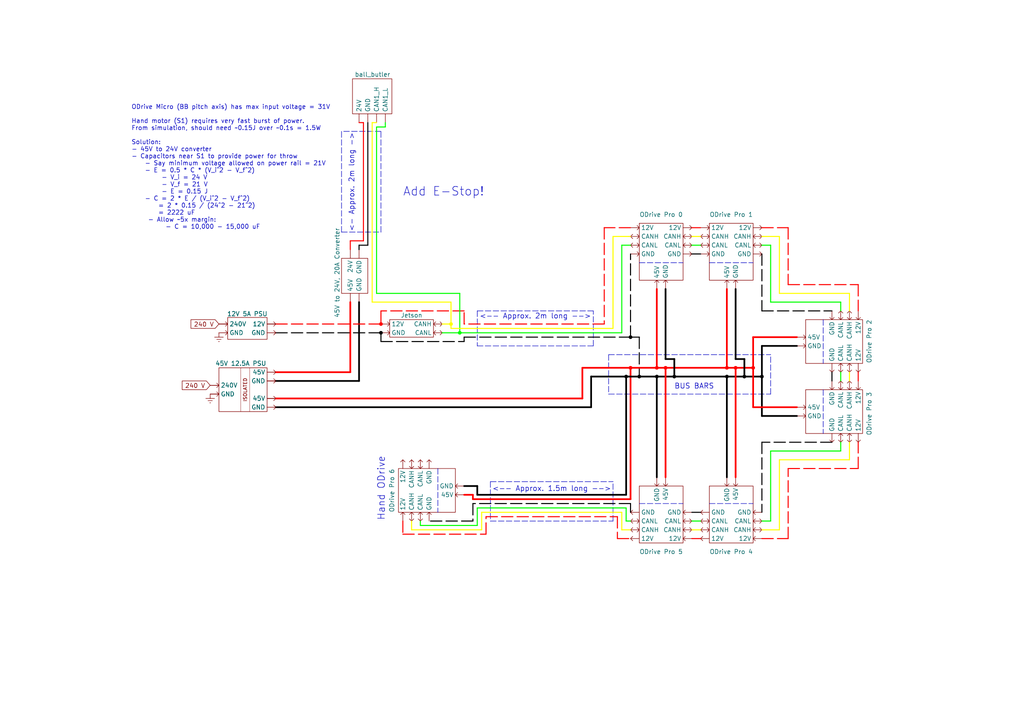
<source format=kicad_sch>
(kicad_sch (version 20211123) (generator eeschema)
  (paper "A4")
  (title_block (title "Power CAN Wiring") (date "2025-09-04") (rev "2"))
  (lib_symbols
    (symbol "Power_CAN_Symbol_Library:12V 5A PSU"
      (property "Value" "12V 5A PSU" (at -0.635 1.905 0))
      (symbol "12V 5A PSU_0_0"
        (rectangle (start -6.35 0.635) (end 5.08 -5.715))
        (polyline (pts (xy -6.985 -3.175) (xy -6.35 -3.81) (xy -6.985 -4.445)))
        (polyline (pts (xy -6.985 -0.635) (xy -6.35 -1.27) (xy -6.985 -1.905)))
        (polyline (pts (xy 6.985 -3.175) (xy 7.62 -3.81) (xy 6.985 -4.445)))
        (polyline (pts (xy 6.985 -0.635) (xy 7.62 -1.27) (xy 6.985 -1.905)))
      )
      (symbol "12V 5A PSU_1_1"
        (pin output line (at 7.62 -1.27 180) (length 2.54) (name "12V") (number ""))
        (pin input line (at -8.89 -1.27 0) (length 2.54) (name "240V") (number ""))
        (pin input line (at -8.89 -3.81 0) (length 2.54) (name "GND") (number ""))
        (pin output line (at 7.62 -3.81 180) (length 2.54) (name "GND") (number ""))
      )
    )
    (symbol "Power_CAN_Symbol_Library:45V 12.5A PSU"
      (property "Value" "45V 12.5A PSU" (at -1.27 7.62 0))
      (symbol "45V 12.5A PSU_0_0"
        (rectangle (start -8.89 6.35) (end 5.08 -6.35))
        (polyline (pts (xy -9.525 -0.635) (xy -8.89 -1.27) (xy -9.525 -1.905)))
        (polyline (pts (xy -9.525 1.905) (xy -8.89 1.27) (xy -9.525 0.635)))
        (polyline (pts (xy 6.985 -4.445) (xy 7.62 -5.08) (xy 6.985 -5.715)))
        (polyline (pts (xy 6.985 -1.905) (xy 7.62 -2.54) (xy 6.985 -3.175)))
        (polyline (pts (xy 6.985 3.175) (xy 7.62 2.54) (xy 6.985 1.905)))
        (polyline (pts (xy 6.985 5.715) (xy 7.62 5.08) (xy 6.985 4.445)))
        (text "ISOLATED" (at -1.27 0 900) (effects (font (size 1 1))))
      )
      (symbol "45V 12.5A PSU_0_1"
        (polyline (pts (xy -2.54 6.35) (xy -2.54 -6.35)) (stroke (width 0.05)))
        (polyline (pts (xy 0 6.35) (xy 0 -6.35)) (stroke (width 0.05)))
      )
      (symbol "45V 12.5A PSU_1_1"
        (pin input line (at -11.43 1.27 0) (length 2.54) (name "240V") (number ""))
        (pin output line (at 7.62 -2.54 180) (length 2.54) (name "45V") (number ""))
        (pin output line (at 7.62 5.08 180) (length 2.54) (name "45V") (number ""))
        (pin input line (at -11.43 -1.27 0) (length 2.54) (name "GND") (number ""))
        (pin output line (at 7.62 -5.08 180) (length 2.54) (name "GND") (number ""))
        (pin output line (at 7.62 2.54 180) (length 2.54) (name "GND") (number ""))
      )
    )
    (symbol "Power_CAN_Symbol_Library:45V to 24V, 20A Converter"
      (property "Value" "45V to 24V, 20A Converter" (at 1.27 5.08 0))
      (symbol "45V to 24V, 20A Converter_0_1"
        (rectangle (start -5.08 3.81) (end 5.08 -3.81))
      )
      (symbol "45V to 24V, 20A Converter_1_1"
        (pin output line (at 7.62 1.27 180) (length 2.54) (name "24V") (number ""))
        (pin input line (at -7.62 1.27 0) (length 2.54) (name "45V") (number ""))
        (pin input line (at -7.62 -1.27 0) (length 2.54) (name "GND") (number ""))
        (pin output line (at 7.62 -1.27 180) (length 2.54) (name "GND") (number ""))
      )
    )
    (symbol "Power_CAN_Symbol_Library:Jetson"
      (property "Value" "Jetson" (at 0 3.81 0))
      (symbol "Jetson_0_0"
        (polyline (pts (xy -6.985 -0.635) (xy -6.35 -1.27) (xy -6.985 -1.905)))
        (polyline (pts (xy -6.985 1.905) (xy -6.35 1.27) (xy -6.985 0.635)))
        (polyline (pts (xy 6.985 -0.635) (xy 6.35 -1.27) (xy 6.985 -1.905)))
        (polyline (pts (xy 6.985 1.905) (xy 6.35 1.27) (xy 6.985 0.635)))
        (polyline (pts (xy 8.255 -0.635) (xy 8.89 -1.27) (xy 8.255 -1.905)))
        (polyline (pts (xy 8.255 1.905) (xy 8.89 1.27) (xy 8.255 0.635)))
      )
      (symbol "Jetson_0_1"
        (rectangle (start -6.35 2.54) (end 6.35 -2.54))
      )
      (symbol "Jetson_1_1"
        (pin input line (at -8.89 1.27 0) (length 2.54) (name "12V") (number ""))
        (pin bidirectional line (at 8.89 1.27 180) (length 2.54) (name "CANH") (number ""))
        (pin bidirectional line (at 8.89 -1.27 180) (length 2.54) (name "CANL") (number ""))
        (pin input line (at -8.89 -1.27 0) (length 2.54) (name "GND") (number ""))
      )
    )
    (symbol "Power_CAN_Symbol_Library:ODrive Pro"
      (property "Value" "ODrive Pro" (at 0 6.35 0))
      (symbol "ODrive Pro_0_0"
        (rectangle (start -6.35 5.08) (end 6.35 -11.43))
        (polyline (pts (xy -8.255 -0.635) (xy -8.89 -1.27) (xy -8.255 -1.905)))
        (polyline (pts (xy -8.255 1.905) (xy -8.89 1.27) (xy -8.255 0.635)))
        (polyline (pts (xy -6.985 -3.175) (xy -6.35 -3.81) (xy -6.985 -4.445)))
        (polyline (pts (xy -6.985 -0.635) (xy -6.35 -1.27) (xy -6.985 -1.905)))
        (polyline (pts (xy -6.985 1.905) (xy -6.35 1.27) (xy -6.985 0.635)))
        (polyline (pts (xy -6.985 4.445) (xy -6.35 3.81) (xy -6.985 3.175)))
        (polyline (pts (xy -1.905 -12.065) (xy -1.27 -11.43) (xy -0.635 -12.065)))
        (polyline (pts (xy 0.635 -12.065) (xy 1.27 -11.43) (xy 1.905 -12.065)))
        (polyline (pts (xy 6.985 -0.635) (xy 6.35 -1.27) (xy 6.985 -1.905)))
        (polyline (pts (xy 6.985 1.905) (xy 6.35 1.27) (xy 6.985 0.635)))
        (polyline (pts (xy 8.255 -3.175) (xy 8.89 -3.81) (xy 8.255 -4.445)))
        (polyline (pts (xy 8.255 -0.635) (xy 8.89 -1.27) (xy 8.255 -1.905)))
        (polyline (pts (xy 8.255 1.905) (xy 8.89 1.27) (xy 8.255 0.635)))
        (polyline (pts (xy 8.255 4.445) (xy 8.89 3.81) (xy 8.255 3.175)))
      )
      (symbol "ODrive Pro_1_1"
        (pin input line (at -8.89 3.81 0) (length 2.54) (name "12V") (number ""))
        (pin output line (at 8.89 3.81 180) (length 2.54) (name "12V") (number ""))
        (pin input line (at -1.27 -13.97 90) (length 2.54) (name "45V") (number ""))
        (pin bidirectional line (at -8.89 1.27 0) (length 2.54) (name "CANH") (number ""))
        (pin bidirectional line (at 8.89 1.27 180) (length 2.54) (name "CANH") (number ""))
        (pin bidirectional line (at -8.89 -1.27 0) (length 2.54) (name "CANL") (number ""))
        (pin bidirectional line (at 8.89 -1.27 180) (length 2.54) (name "CANL") (number ""))
        (pin input line (at -8.89 -3.81 0) (length 2.54) (name "GND") (number ""))
        (pin input line (at 1.27 -13.97 90) (length 2.54) (name "GND") (number ""))
        (pin output line (at 8.89 -3.81 180) (length 2.54) (name "GND") (number ""))
      )
    )
    (symbol "Power_CAN_Symbol_Library:ball_butler"
      (property "Value" "ball_butler" (at 0 0.635 0))
      (symbol "ball_butler_0_0"
        (rectangle (start -5.08 -0.635) (end 5.08 -12.065))
      )
      (symbol "ball_butler_1_1"
        (pin input line (at -7.62 -2.54 0) (length 2.54) (name "24V") (number ""))
        (pin bidirectional line (at -7.62 -7.62 0) (length 2.54) (name "CAN1_H") (number ""))
        (pin bidirectional line (at -7.62 -10.16 0) (length 2.54) (name "CAN1_L") (number ""))
        (pin input line (at -7.62 -5.08 0) (length 2.54) (name "GND") (number ""))
      )
    )
    (symbol "power:Earth" (power) (pin_names (offset 0))
      (symbol "Earth_0_1"
        (polyline (pts (xy -0.635 -1.905) (xy 0.635 -1.905)))
        (polyline (pts (xy -0.127 -2.54) (xy 0.127 -2.54)))
        (polyline (pts (xy 0 -1.27) (xy 0 0)))
        (polyline (pts (xy 1.27 -1.27) (xy -1.27 -1.27)))
      )
      (symbol "Earth_1_1"
        (pin power_in line (at 0 0 270) (length 0) hide (name "Earth") (number "1"))
      )
    )
  )
  (junction (at 210.82 109.22) (color 0 0 0 1))
  (junction (at 195.58 109.22) (color 0 0 0 1))
  (junction (at 182.88 97.79) (color 0 0 0 1))
  (junction (at 181.61 109.22) (color 0 0 0 1))
  (junction (at 130.81 93.98) (color 255 255 0 1))
  (junction (at 110.49 96.52) (color 0 0 0 1))
  (junction (at 110.49 93.98) (color 255 0 0 1))
  (junction (at 185.42 109.22) (color 0 0 0 1))
  (junction (at 220.98 109.22) (color 0 0 0 1))
  (junction (at 193.04 106.68) (color 255 0 0 1))
  (junction (at 213.36 106.68) (color 255 0 0 1))
  (junction (at 133.35 96.52) (color 0 255 0 1))
  (junction (at 210.82 106.68) (color 255 0 0 1))
  (junction (at 190.5 106.68) (color 255 0 0 1))
  (junction (at 190.5 109.22) (color 0 0 0 1))
  (junction (at 218.44 106.68) (color 255 0 0 1))
  (junction (at 215.9 109.22) (color 0 0 0 1))
  (junction (at 182.88 106.68) (color 255 0 0 1))
  (wire (pts (xy 128.27 93.98) (xy 130.81 93.98)) (stroke (width 0.3) (color 255 255 0 1)))
  (wire (pts (xy 139.7 148.59) (xy 139.7 153.67)) (stroke (width 0.3) (color 255 255 0 1)))
  (wire (pts (xy 109.22 36.83) (xy 111.76 36.83)) (stroke (width 0.3) (color 0 255 0 1)))
  (wire (pts (xy 171.45 118.11) (xy 171.45 109.22)) (stroke (width 0.5) (color 0 0 0 1)))
  (wire (pts (xy 223.52 71.12) (xy 223.52 87.63)) (stroke (width 0.3) (color 0 255 0 1)))
  (wire (pts (xy 140.97 154.94) (xy 140.97 149.86)) (stroke (width 0.3) (type dash) (color 255 0 0 1)))
  (wire (pts (xy 130.81 95.25) (xy 177.8 95.25)) (stroke (width 0.3) (color 255 255 0 1)))
  (wire (pts (xy 190.5 83.82) (xy 190.5 106.68)) (stroke (width 0.5) (color 255 0 0 1)))
  (wire (pts (xy 80.01 107.95) (xy 101.6 107.95)) (stroke (width 0.5) (color 255 0 0 1)))
  (wire (pts (xy 220.98 71.12) (xy 223.52 71.12)) (stroke (width 0.3) (color 0 255 0 1)))
  (wire (pts (xy 220.98 151.13) (xy 223.52 151.13)) (stroke (width 0.3) (color 0 255 0 1)))
  (polyline (pts (xy 142.24 139.7) (xy 177.8 139.7)))
  (wire (pts (xy 213.36 106.68) (xy 218.44 106.68)) (stroke (width 0.5) (color 255 0 0 1)))
  (wire (pts (xy 137.16 151.13) (xy 124.46 151.13)) (stroke (width 0.3) (type dash) (color 0 0 0 1)))
  (wire (pts (xy 107.95 87.63) (xy 130.81 87.63)) (stroke (width 0.3) (color 255 255 0 1)))
  (wire (pts (xy 193.04 106.68) (xy 193.04 138.43)) (stroke (width 0.5) (color 255 0 0 1)))
  (wire (pts (xy 210.82 83.82) (xy 210.82 106.68)) (stroke (width 0.5) (color 255 0 0 1)))
  (wire (pts (xy 200.66 68.58) (xy 203.2 68.58)) (stroke (width 0.3) (color 255 255 0 1)))
  (wire (pts (xy 220.98 66.04) (xy 228.6 66.04)) (stroke (width 0.3) (type dash) (color 255 0 0 1)))
  (wire (pts (xy 134.62 93.98) (xy 134.62 90.17)) (stroke (width 0.3) (type dash) (color 255 0 0 1)))
  (wire (pts (xy 226.06 153.67) (xy 220.98 153.67)) (stroke (width 0.3) (color 255 255 0 1)))
  (wire (pts (xy 104.14 72.39) (xy 104.14 71.12)) (stroke (width 0.3) (color 0 0 0 1)))
  (wire (pts (xy 130.81 87.63) (xy 130.81 93.98)) (stroke (width 0.3) (color 255 255 0 1)))
  (wire (pts (xy 175.26 93.98) (xy 134.62 93.98)) (stroke (width 0.3) (type dash) (color 255 0 0 1)))
  (wire (pts (xy 137.16 146.05) (xy 137.16 151.13)) (stroke (width 0.3) (type dash) (color 0 0 0 1)))
  (wire (pts (xy 200.66 66.04) (xy 203.2 66.04)) (stroke (width 0.3) (type dash) (color 255 0 0 1)))
  (wire (pts (xy 248.92 107.95) (xy 248.92 110.49)) (stroke (width 0.3) (type dash) (color 255 0 0 1)))
  (wire (pts (xy 193.04 83.82) (xy 193.04 104.14)) (stroke (width 0.5) (color 0 0 0 1)))
  (wire (pts (xy 134.62 99.06) (xy 134.62 97.79)) (stroke (width 0.3) (type dash) (color 0 0 0 1)))
  (wire (pts (xy 109.22 36.83) (xy 109.22 85.09)) (stroke (width 0.3) (color 0 255 0 1)))
  (wire (pts (xy 218.44 97.79) (xy 231.14 97.79)) (stroke (width 0.5) (color 255 0 0 1)))
  (wire (pts (xy 195.58 109.22) (xy 210.82 109.22)) (stroke (width 0.5) (color 0 0 0 1)))
  (wire (pts (xy 133.35 96.52) (xy 128.27 96.52)) (stroke (width 0.3) (color 0 255 0 1)))
  (wire (pts (xy 231.14 118.11) (xy 218.44 118.11)) (stroke (width 0.5) (color 255 0 0 1)))
  (wire (pts (xy 80.01 115.57) (xy 168.91 115.57)) (stroke (width 0.5) (color 255 0 0 1)))
  (wire (pts (xy 213.36 83.82) (xy 213.36 104.14)) (stroke (width 0.5) (color 0 0 0 1)))
  (wire (pts (xy 200.66 153.67) (xy 203.2 153.67)) (stroke (width 0.3) (color 255 255 0 1)))
  (wire (pts (xy 110.49 96.52) (xy 110.49 99.06)) (stroke (width 0.3) (type dash) (color 0 0 0 1)))
  (wire (pts (xy 220.98 156.21) (xy 228.6 156.21)) (stroke (width 0.3) (type dash) (color 255 0 0 1)))
  (wire (pts (xy 182.88 97.79) (xy 182.88 73.66)) (stroke (width 0.3) (type dash) (color 0 0 0 1)))
  (wire (pts (xy 177.8 68.58) (xy 182.88 68.58)) (stroke (width 0.3) (color 255 255 0 1)))
  (polyline (pts (xy 185.42 76.2) (xy 198.12 76.2)))
  (wire (pts (xy 210.82 106.68) (xy 213.36 106.68)) (stroke (width 0.5) (color 255 0 0 1)))
  (wire (pts (xy 138.43 152.4) (xy 138.43 147.32)) (stroke (width 0.3) (color 0 255 0 1)))
  (wire (pts (xy 80.01 93.98) (xy 110.49 93.98)) (stroke (width 0.3) (type dash) (color 255 0 0 1)))
  (wire (pts (xy 111.76 36.83) (xy 111.76 35.56)) (stroke (width 0.3) (color 0 255 0 1)))
  (wire (pts (xy 181.61 147.32) (xy 181.61 151.13)) (stroke (width 0.3) (color 0 255 0 1)))
  (wire (pts (xy 104.14 87.63) (xy 104.14 110.49)) (stroke (width 0.5) (color 0 0 0 1)))
  (polyline (pts (xy 223.52 114.3) (xy 223.52 102.87)))
  (wire (pts (xy 105.41 69.85) (xy 101.6 69.85)) (stroke (width 0.3) (color 255 0 0 1)))
  (wire (pts (xy 200.66 151.13) (xy 203.2 151.13)) (stroke (width 0.3) (color 0 255 0 1)))
  (polyline (pts (xy 138.43 90.17) (xy 138.43 100.33)))
  (wire (pts (xy 180.34 153.67) (xy 180.34 148.59)) (stroke (width 0.3) (color 255 255 0 1)))
  (wire (pts (xy 213.36 106.68) (xy 213.36 138.43)) (stroke (width 0.5) (color 255 0 0 1)))
  (wire (pts (xy 104.14 110.49) (xy 80.01 110.49)) (stroke (width 0.5) (color 0 0 0 1)))
  (wire (pts (xy 171.45 109.22) (xy 181.61 109.22)) (stroke (width 0.5) (color 0 0 0 1)))
  (wire (pts (xy 243.84 87.63) (xy 243.84 90.17)) (stroke (width 0.3) (color 0 255 0 1)))
  (polyline (pts (xy 185.42 146.05) (xy 198.12 146.05)))
  (polyline (pts (xy 138.43 100.33) (xy 172.085 100.33)))
  (wire (pts (xy 110.49 90.17) (xy 110.49 93.98)) (stroke (width 0.3) (type dash) (color 255 0 0 1)))
  (wire (pts (xy 134.62 143.51) (xy 137.16 143.51)) (stroke (width 0.5) (color 255 0 0 1)))
  (polyline (pts (xy 110.49 38.1) (xy 99.06 38.1)))
  (polyline (pts (xy 177.8 151.13) (xy 177.8 139.7)))
  (wire (pts (xy 106.68 71.12) (xy 106.68 35.56)) (stroke (width 0.3) (color 0 0 0 1)))
  (wire (pts (xy 104.14 71.12) (xy 106.68 71.12)) (stroke (width 0.3) (color 0 0 0 1)))
  (wire (pts (xy 200.66 73.66) (xy 203.2 73.66)) (stroke (width 0.3) (type dash) (color 0 0 0 1)))
  (wire (pts (xy 231.14 120.65) (xy 220.98 120.65)) (stroke (width 0.5) (color 0 0 0 1)))
  (wire (pts (xy 121.92 151.13) (xy 121.92 152.4)) (stroke (width 0.3) (color 0 255 0 1)))
  (wire (pts (xy 246.38 90.17) (xy 246.38 85.09)) (stroke (width 0.3) (color 255 255 0 1)))
  (wire (pts (xy 185.42 109.22) (xy 190.5 109.22)) (stroke (width 0.5) (color 0 0 0 1)))
  (wire (pts (xy 182.88 106.68) (xy 182.88 144.78)) (stroke (width 0.5) (color 255 0 0 1)))
  (wire (pts (xy 190.5 109.22) (xy 195.58 109.22)) (stroke (width 0.5) (color 0 0 0 1)))
  (wire (pts (xy 218.44 97.79) (xy 218.44 106.68)) (stroke (width 0.5) (color 255 0 0 1)))
  (polyline (pts (xy 172.085 100.33) (xy 172.085 90.17)))
  (wire (pts (xy 243.84 107.95) (xy 243.84 110.49)) (stroke (width 0.3) (color 0 255 0 1)))
  (wire (pts (xy 177.8 68.58) (xy 177.8 95.25)) (stroke (width 0.3) (color 255 255 0 1)))
  (wire (pts (xy 223.52 87.63) (xy 243.84 87.63)) (stroke (width 0.3) (color 0 255 0 1)))
  (wire (pts (xy 231.14 100.33) (xy 220.98 100.33)) (stroke (width 0.5) (color 0 0 0 1)))
  (wire (pts (xy 213.36 104.14) (xy 215.9 104.14)) (stroke (width 0.5) (color 0 0 0 1)))
  (polyline (pts (xy 99.06 67.31) (xy 99.06 38.1)))
  (wire (pts (xy 182.88 146.05) (xy 137.16 146.05)) (stroke (width 0.3) (type dash) (color 0 0 0 1)))
  (polyline (pts (xy 127 135.89) (xy 127 148.59)))
  (wire (pts (xy 210.82 109.22) (xy 210.82 138.43)) (stroke (width 0.5) (color 0 0 0 1)))
  (wire (pts (xy 226.06 85.09) (xy 226.06 68.58)) (stroke (width 0.3) (color 255 255 0 1)))
  (wire (pts (xy 137.16 143.51) (xy 137.16 144.78)) (stroke (width 0.5) (color 255 0 0 1)))
  (wire (pts (xy 220.98 100.33) (xy 220.98 109.22)) (stroke (width 0.5) (color 0 0 0 1)))
  (wire (pts (xy 241.3 128.27) (xy 220.98 128.27)) (stroke (width 0.3) (type dash) (color 0 0 0 1)))
  (wire (pts (xy 220.98 90.17) (xy 241.3 90.17)) (stroke (width 0.3) (type dash) (color 0 0 0 1)))
  (wire (pts (xy 182.88 153.67) (xy 180.34 153.67)) (stroke (width 0.3) (color 255 255 0 1)))
  (wire (pts (xy 220.98 120.65) (xy 220.98 109.22)) (stroke (width 0.5) (color 0 0 0 1)))
  (wire (pts (xy 130.81 95.25) (xy 130.81 93.98)) (stroke (width 0.3) (color 255 255 0 1)))
  (wire (pts (xy 107.95 35.56) (xy 107.95 87.63)) (stroke (width 0.3) (color 255 255 0 1)))
  (wire (pts (xy 133.35 85.09) (xy 133.35 96.52)) (stroke (width 0.3) (color 0 255 0 1)))
  (wire (pts (xy 241.3 107.95) (xy 241.3 110.49)) (stroke (width 0.3) (type dash) (color 0 0 0 1)))
  (wire (pts (xy 246.38 128.27) (xy 246.38 133.35)) (stroke (width 0.3) (color 255 255 0 1)))
  (polyline (pts (xy 205.74 146.05) (xy 218.44 146.05)))
  (polyline (pts (xy 176.53 102.87) (xy 176.53 114.3)))
  (wire (pts (xy 179.07 149.86) (xy 179.07 156.21)) (stroke (width 0.3) (type dash) (color 255 0 0 1)))
  (wire (pts (xy 121.92 152.4) (xy 138.43 152.4)) (stroke (width 0.3) (color 0 255 0 1)))
  (wire (pts (xy 226.06 68.58) (xy 220.98 68.58)) (stroke (width 0.3) (color 255 255 0 1)))
  (wire (pts (xy 168.91 115.57) (xy 168.91 106.68)) (stroke (width 0.5) (color 255 0 0 1)))
  (wire (pts (xy 119.38 153.67) (xy 119.38 151.13)) (stroke (width 0.3) (color 255 255 0 1)))
  (wire (pts (xy 223.52 151.13) (xy 223.52 130.81)) (stroke (width 0.3) (color 0 255 0 1)))
  (wire (pts (xy 182.88 97.79) (xy 185.42 97.79)) (stroke (width 0.3) (type dash) (color 0 0 0 1)))
  (wire (pts (xy 228.6 66.04) (xy 228.6 82.55)) (stroke (width 0.3) (type dash) (color 255 0 0 1)))
  (wire (pts (xy 134.62 97.79) (xy 182.88 97.79)) (stroke (width 0.3) (type dash) (color 0 0 0 1)))
  (polyline (pts (xy 176.53 102.87) (xy 223.52 102.87)))
  (wire (pts (xy 246.38 133.35) (xy 226.06 133.35)) (stroke (width 0.3) (color 255 255 0 1)))
  (wire (pts (xy 248.92 82.55) (xy 248.92 90.17)) (stroke (width 0.3) (type dash) (color 255 0 0 1)))
  (wire (pts (xy 137.16 144.78) (xy 182.88 144.78)) (stroke (width 0.5) (color 255 0 0 1)))
  (wire (pts (xy 175.26 66.04) (xy 175.26 93.98)) (stroke (width 0.3) (type dash) (color 255 0 0 1)))
  (wire (pts (xy 138.43 140.97) (xy 138.43 143.51)) (stroke (width 0.5) (color 0 0 0 1)))
  (wire (pts (xy 228.6 156.21) (xy 228.6 135.89)) (stroke (width 0.3) (type dash) (color 255 0 0 1)))
  (wire (pts (xy 190.5 109.22) (xy 190.5 138.43)) (stroke (width 0.5) (color 0 0 0 1)))
  (wire (pts (xy 246.38 85.09) (xy 226.06 85.09)) (stroke (width 0.3) (color 255 255 0 1)))
  (polyline (pts (xy 99.06 67.31) (xy 110.49 67.31)))
  (wire (pts (xy 101.6 107.95) (xy 101.6 87.63)) (stroke (width 0.5) (color 255 0 0 1)))
  (wire (pts (xy 181.61 151.13) (xy 182.88 151.13)) (stroke (width 0.3) (color 0 255 0 1)))
  (wire (pts (xy 200.66 148.59) (xy 203.2 148.59)) (stroke (width 0.3) (type dash) (color 0 0 0 1)))
  (wire (pts (xy 139.7 153.67) (xy 119.38 153.67)) (stroke (width 0.3) (color 255 255 0 1)))
  (wire (pts (xy 220.98 73.66) (xy 220.98 90.17)) (stroke (width 0.3) (type dash) (color 0 0 0 1)))
  (wire (pts (xy 220.98 109.22) (xy 215.9 109.22)) (stroke (width 0.5) (color 0 0 0 1)))
  (wire (pts (xy 218.44 118.11) (xy 218.44 106.68)) (stroke (width 0.5) (color 255 0 0 1)))
  (wire (pts (xy 243.84 130.81) (xy 243.84 128.27)) (stroke (width 0.3) (color 0 255 0 1)))
  (wire (pts (xy 215.9 104.14) (xy 215.9 109.22)) (stroke (width 0.5) (color 0 0 0 1)))
  (polyline (pts (xy 138.43 90.17) (xy 172.085 90.17)))
  (wire (pts (xy 195.58 104.14) (xy 195.58 109.22)) (stroke (width 0.5) (color 0 0 0 1)))
  (wire (pts (xy 228.6 135.89) (xy 248.92 135.89)) (stroke (width 0.3) (type dash) (color 255 0 0 1)))
  (wire (pts (xy 109.22 85.09) (xy 133.35 85.09)) (stroke (width 0.3) (color 0 255 0 1)))
  (wire (pts (xy 101.6 69.85) (xy 101.6 72.39)) (stroke (width 0.3) (color 255 0 0 1)))
  (wire (pts (xy 80.01 96.52) (xy 110.49 96.52)) (stroke (width 0.3) (type dash) (color 0 0 0 1)))
  (wire (pts (xy 181.61 109.22) (xy 181.61 143.51)) (stroke (width 0.5) (color 0 0 0 1)))
  (wire (pts (xy 181.61 109.22) (xy 185.42 109.22)) (stroke (width 0.5) (color 0 0 0 1)))
  (wire (pts (xy 182.88 148.59) (xy 182.88 146.05)) (stroke (width 0.3) (type dash) (color 0 0 0 1)))
  (wire (pts (xy 107.95 35.56) (xy 109.22 35.56)) (stroke (width 0.3) (color 255 255 0 1)))
  (polyline (pts (xy 142.24 151.13) (xy 177.8 151.13)))
  (wire (pts (xy 179.07 156.21) (xy 182.88 156.21)) (stroke (width 0.3) (type dash) (color 255 0 0 1)))
  (wire (pts (xy 133.35 96.52) (xy 180.34 96.52)) (stroke (width 0.3) (color 0 255 0 1)))
  (polyline (pts (xy 176.53 114.3) (xy 223.52 114.3)))
  (wire (pts (xy 116.84 151.13) (xy 116.84 154.94)) (stroke (width 0.3) (type dash) (color 255 0 0 1)))
  (wire (pts (xy 134.62 140.97) (xy 138.43 140.97)) (stroke (width 0.5) (color 0 0 0 1)))
  (wire (pts (xy 168.91 106.68) (xy 182.88 106.68)) (stroke (width 0.5) (color 255 0 0 1)))
  (wire (pts (xy 182.88 106.68) (xy 190.5 106.68)) (stroke (width 0.5) (color 255 0 0 1)))
  (wire (pts (xy 182.88 66.04) (xy 175.26 66.04)) (stroke (width 0.3) (type dash) (color 255 0 0 1)))
  (wire (pts (xy 110.49 99.06) (xy 134.62 99.06)) (stroke (width 0.3) (type dash) (color 0 0 0 1)))
  (wire (pts (xy 200.66 71.12) (xy 203.2 71.12)) (stroke (width 0.3) (color 0 255 0 1)))
  (polyline (pts (xy 238.76 113.03) (xy 238.76 125.73)))
  (wire (pts (xy 185.42 97.79) (xy 185.42 109.22)) (stroke (width 0.3) (type dash) (color 0 0 0 1)))
  (wire (pts (xy 226.06 133.35) (xy 226.06 153.67)) (stroke (width 0.3) (color 255 255 0 1)))
  (wire (pts (xy 140.97 149.86) (xy 179.07 149.86)) (stroke (width 0.3) (type dash) (color 255 0 0 1)))
  (wire (pts (xy 80.01 118.11) (xy 171.45 118.11)) (stroke (width 0.5) (color 0 0 0 1)))
  (polyline (pts (xy 110.49 67.31) (xy 110.49 38.1)))
  (wire (pts (xy 228.6 82.55) (xy 248.92 82.55)) (stroke (width 0.3) (type dash) (color 255 0 0 1)))
  (wire (pts (xy 182.88 71.12) (xy 180.34 71.12)) (stroke (width 0.3) (color 0 255 0 1)))
  (wire (pts (xy 180.34 71.12) (xy 180.34 96.52)) (stroke (width 0.3) (color 0 255 0 1)))
  (polyline (pts (xy 142.24 139.7) (xy 142.24 151.13)))
  (wire (pts (xy 193.04 106.68) (xy 210.82 106.68)) (stroke (width 0.5) (color 255 0 0 1)))
  (wire (pts (xy 246.38 107.95) (xy 246.38 110.49)) (stroke (width 0.3) (color 255 255 0 1)))
  (polyline (pts (xy 238.76 92.71) (xy 238.76 105.41)))
  (wire (pts (xy 190.5 106.68) (xy 193.04 106.68)) (stroke (width 0.5) (color 255 0 0 1)))
  (wire (pts (xy 105.41 35.56) (xy 104.14 35.56)) (stroke (width 0.3) (color 255 0 0 1)))
  (wire (pts (xy 105.41 35.56) (xy 105.41 69.85)) (stroke (width 0.3) (color 255 0 0 1)))
  (polyline (pts (xy 205.74 76.2) (xy 218.44 76.2)))
  (wire (pts (xy 134.62 90.17) (xy 110.49 90.17)) (stroke (width 0.3) (type dash) (color 255 0 0 1)))
  (wire (pts (xy 116.84 154.94) (xy 140.97 154.94)) (stroke (width 0.3) (type dash) (color 255 0 0 1)))
  (wire (pts (xy 223.52 130.81) (xy 243.84 130.81)) (stroke (width 0.3) (color 0 255 0 1)))
  (wire (pts (xy 248.92 135.89) (xy 248.92 128.27)) (stroke (width 0.3) (type dash) (color 255 0 0 1)))
  (wire (pts (xy 220.98 128.27) (xy 220.98 148.59)) (stroke (width 0.3) (type dash) (color 0 0 0 1)))
  (wire (pts (xy 138.43 147.32) (xy 181.61 147.32)) (stroke (width 0.3) (color 0 255 0 1)))
  (wire (pts (xy 193.04 104.14) (xy 195.58 104.14)) (stroke (width 0.5) (color 0 0 0 1)))
  (wire (pts (xy 200.66 156.21) (xy 203.2 156.21)) (stroke (width 0.3) (type dash) (color 255 0 0 1)))
  (wire (pts (xy 210.82 109.22) (xy 215.9 109.22)) (stroke (width 0.5) (color 0 0 0 1)))
  (wire (pts (xy 180.34 148.59) (xy 139.7 148.59)) (stroke (width 0.3) (color 255 255 0 1)))
  (wire (pts (xy 138.43 143.51) (xy 181.61 143.51)) (stroke (width 0.5) (color 0 0 0 1)))
  (text "BUS BARS" (at 195.58 113.03 0) (effects (font (size 1.5 1.5)) (justify left bottom)))
  (text "Add E-Stop!" (at 116.84 57.15 0) (effects (font (size 2.5 2.5)) (justify left bottom)))
  (text "Hand ODrive" (at 111.76 151.13 90) (effects (font (size 2 2)) (justify left bottom)))
  (text "ODrive Micro (BB pitch axis) has max input voltage = 31V\n\nHand motor (S1) requires very fast burst of power.\nFrom simulation, should need ~0.15J over ~0.1s = 1.5W\n\nSolution:\n- 45V to 24V converter\n- Capacitors near S1 to provide power for throw\n    - Say minimum voltage allowed on power rail = 21V\n    - E = 0.5 * C * (V_i^2 - V_f^2)\n         - V_i = 24 V\n         - V_f = 21 V\n         - E = 0.15 J\n    - C = 2 * E / (V_i^2 - V_f^2)\n        = 2 * 0.15 / (24^2 - 21^2)\n        = 2222 uF\n	- Allow ~5x margin:\n		- C = 10,000 - 15,000 uF" (at 38.1 66.675 0) (effects (font (size 1.27 1.27)) (justify left bottom)))
  (text "<-- Approx. 2m long -->" (at 139.065 92.71 0) (effects (font (size 1.5 1.5)) (justify left bottom)))
  (text "Commissioning checklist (fast)\n\nPower at 24-25 V.\n\nEnable S1 brake-resistor control + voltage feedback; set ramp-end ≤ 30.5 V. \nODrive Documentation\n\nFit the PSU series diode. \nODrive Documentation\n\nLog during your worst throw/brake: vbus_voltage, axis*.motor.current_control.Ibus (regen is negative). Ensure vbus_voltage never exceeds ~30.5 V and adjust max_regen_current/ramp start-end as needed" (at 16.51 -8.89 0) (effects (font (size 1.27 1.27)) (justify left bottom)))
  (text "<-- Approx. 1.5m long -->" (at 142.748 142.748 0) (effects (font (size 1.5 1.5)) (justify left bottom)))
  (text "<- Approx. 2m long ->" (at 102.87 67.31 90) (effects (font (size 1.5 1.5)) (justify left bottom)))
  (global_label "240 V" (shape input) (at 63.5 93.98 180) (property "Intersheet References" "${INTERSHEET_REFS}" (effects hide)))
  (global_label "240 V" (shape input) (at 60.96 111.76 180) (property "Intersheet References" "${INTERSHEET_REFS}" (effects hide)))
  (symbol (lib_id "Power_CAN_Symbol_Library:ODrive Pro") (at 191.77 152.4 180) (unit 1)
    (property "Reference" "U?" (effects hide))
    (property "Value" "ODrive Pro 5" (at 191.77 160.02 0))
    (property "Datasheet" "https://docs.odriverobotics.com/v/latest/hardware/pro-datasheet.html" (effects hide))
  )
  (symbol (lib_id "Power_CAN_Symbol_Library:45V 12.5A PSU") (at 72.39 113.03 0) (unit 1)
    (property "Reference" "U?" (effects hide))
    (property "Value" "45V 12.5A PSU" (at 69.85 105.41 0))
    (property "Datasheet" "https://au.element14.com/mean-well/ps-sp11142/48v-12-5a-600w-ac-dc-switching/dp/2801651?CMP=e-email-sys-orderack-GLB" (effects hide))
  )
  (symbol (lib_id "power:Earth") (at 60.96 114.3 0) (unit 1)
    (property "Reference" "#PWR?" (effects hide))
    (property "Value" "Earth" (effects hide))
  )
  (symbol (lib_id "Power_CAN_Symbol_Library:ODrive Pro") (at 212.09 69.85 0) (unit 1)
    (property "Reference" "U?" (effects hide))
    (property "Value" "ODrive Pro 1" (at 212.09 62.23 0))
    (property "Datasheet" "https://docs.odriverobotics.com/v/latest/hardware/pro-datasheet.html" (effects hide))
  )
  (symbol (lib_id "Power_CAN_Symbol_Library:Jetson") (at 119.38 95.25 0) (unit 1)
    (property "Reference" "U?" (effects hide))
    (property "Value" "Jetson" (at 119.38 91.44 0))
  )
  (symbol (lib_id "Power_CAN_Symbol_Library:ODrive Pro") (at 212.09 152.4 180) (unit 1)
    (property "Reference" "U?" (effects hide))
    (property "Value" "ODrive Pro 4" (at 212.09 160.02 0))
    (property "Datasheet" "https://docs.odriverobotics.com/v/latest/hardware/pro-datasheet.html" (effects hide))
  )
  (symbol (lib_id "Power_CAN_Symbol_Library:ODrive Pro") (at 120.65 142.24 90) (unit 1)
    (property "Reference" "U?" (effects hide))
    (property "Value" "ODrive Pro 6" (at 113.665 148.59 0) (effects (justify left)))
    (property "Datasheet" "https://docs.odriverobotics.com/v/latest/hardware/pro-datasheet.html" (effects hide))
  )
  (symbol (lib_id "Power_CAN_Symbol_Library:ball_butler") (at 101.6 27.94 90) (unit 1)
    (property "Reference" "U?" (effects hide))
    (property "Value" "ball_butler" (at 102.87 21.59 90) (effects (justify right)))
  )
  (symbol (lib_id "Power_CAN_Symbol_Library:ODrive Pro") (at 245.11 119.38 270) (unit 1)
    (property "Reference" "U?" (effects hide))
    (property "Value" "ODrive Pro 3" (at 252.095 113.665 0) (effects (justify left)))
    (property "Datasheet" "https://docs.odriverobotics.com/v/latest/hardware/pro-datasheet.html" (effects hide))
  )
  (symbol (lib_id "power:Earth") (at 63.5 96.52 0) (unit 1)
    (property "Reference" "#PWR?" (effects hide))
    (property "Value" "Earth" (effects hide))
  )
  (symbol (lib_id "Power_CAN_Symbol_Library:ODrive Pro") (at 191.77 69.85 0) (unit 1)
    (property "Reference" "U?" (effects hide))
    (property "Value" "ODrive Pro 0" (at 191.77 62.23 0))
    (property "Datasheet" "https://docs.odriverobotics.com/v/latest/hardware/pro-datasheet.html" (effects hide))
  )
  (symbol (lib_id "Power_CAN_Symbol_Library:ODrive Pro") (at 245.11 99.06 270) (unit 1)
    (property "Reference" "U?" (effects hide))
    (property "Value" "ODrive Pro 2" (at 252.095 92.71 0) (effects (justify left)))
    (property "Datasheet" "https://docs.odriverobotics.com/v/latest/hardware/pro-datasheet.html" (effects hide))
  )
  (symbol (lib_id "Power_CAN_Symbol_Library:45V to 24V, 20A Converter") (at 102.87 80.01 90) (unit 1)
    (property "Reference" "U?" (effects hide))
    (property "Value" "45V to 24V, 20A Converter" (at 97.79 66.04 0) (effects (justify right)))
    (property "Datasheet" "https://www.amazon.com.au/dp/B0BRWDYKBJ?ref=ppx_yo2ov_dt_b_fed_asin_title&th=1" (effects hide))
  )
  (symbol (lib_id "Power_CAN_Symbol_Library:12V 5A PSU") (at 72.39 92.71 0) (unit 1)
    (property "Reference" "U?" (effects hide))
    (property "Value" "12V 5A PSU" (at 71.7296 91.0336 0))
    (property "Datasheet" "https://www.amazon.com.au/dp/B07MM14TQC?ref_=pe_19115062_429603572_302_E_DDE_dt_1" (effects hide))
  )
)
</source>
